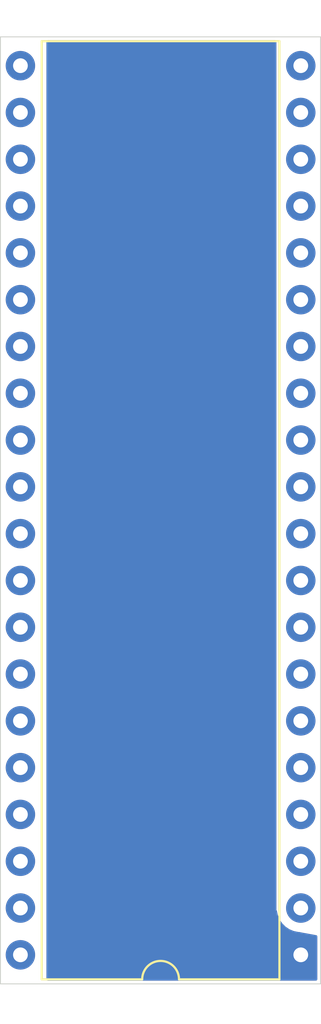
<source format=kicad_pcb>
(kicad_pcb (version 20171130) (host pcbnew "(5.1.12-1-10_14)")

  (general
    (thickness 1.6)
    (drawings 4)
    (tracks 0)
    (zones 0)
    (modules 1)
    (nets 41)
  )

  (page A4)
  (layers
    (0 F.Cu signal)
    (1 GND power)
    (2 3V3 power)
    (31 B.Cu signal)
    (32 B.Adhes user)
    (33 F.Adhes user)
    (34 B.Paste user)
    (35 F.Paste user)
    (36 B.SilkS user)
    (37 F.SilkS user)
    (38 B.Mask user)
    (39 F.Mask user)
    (40 Dwgs.User user)
    (41 Cmts.User user)
    (42 Eco1.User user)
    (43 Eco2.User user)
    (44 Edge.Cuts user)
    (45 Margin user)
    (46 B.CrtYd user)
    (47 F.CrtYd user)
    (48 B.Fab user)
    (49 F.Fab user)
  )

  (setup
    (last_trace_width 0.15)
    (user_trace_width 0.2)
    (user_trace_width 0.25)
    (trace_clearance 0.15)
    (zone_clearance 0.15)
    (zone_45_only no)
    (trace_min 0.15)
    (via_size 0.8)
    (via_drill 0.4)
    (via_min_size 0.4)
    (via_min_drill 0.25)
    (user_via 0.4 0.25)
    (uvia_size 0.3)
    (uvia_drill 0.1)
    (uvias_allowed no)
    (uvia_min_size 0.2)
    (uvia_min_drill 0.1)
    (edge_width 0.05)
    (segment_width 0.2)
    (pcb_text_width 0.3)
    (pcb_text_size 1.5 1.5)
    (mod_edge_width 0.12)
    (mod_text_size 1 1)
    (mod_text_width 0.15)
    (pad_size 1.6 1.6)
    (pad_drill 0.8)
    (pad_to_mask_clearance 0)
    (aux_axis_origin 0 0)
    (grid_origin 123.3 57.3)
    (visible_elements FFFFFF7F)
    (pcbplotparams
      (layerselection 0x010fc_ffffffff)
      (usegerberextensions false)
      (usegerberattributes true)
      (usegerberadvancedattributes true)
      (creategerberjobfile true)
      (excludeedgelayer true)
      (linewidth 0.100000)
      (plotframeref false)
      (viasonmask false)
      (mode 1)
      (useauxorigin false)
      (hpglpennumber 1)
      (hpglpenspeed 20)
      (hpglpendiameter 15.000000)
      (psnegative false)
      (psa4output false)
      (plotreference true)
      (plotvalue true)
      (plotinvisibletext false)
      (padsonsilk false)
      (subtractmaskfromsilk false)
      (outputformat 1)
      (mirror false)
      (drillshape 1)
      (scaleselection 1)
      (outputdirectory ""))
  )

  (net 0 "")
  (net 1 "Net-(U1-Pad40)")
  (net 2 "Net-(U1-Pad39)")
  (net 3 "Net-(U1-Pad19)")
  (net 4 "Net-(U1-Pad38)")
  (net 5 "Net-(U1-Pad18)")
  (net 6 "Net-(U1-Pad37)")
  (net 7 "Net-(U1-Pad17)")
  (net 8 "Net-(U1-Pad36)")
  (net 9 "Net-(U1-Pad16)")
  (net 10 "Net-(U1-Pad35)")
  (net 11 "Net-(U1-Pad15)")
  (net 12 "Net-(U1-Pad34)")
  (net 13 "Net-(U1-Pad14)")
  (net 14 "Net-(U1-Pad33)")
  (net 15 "Net-(U1-Pad13)")
  (net 16 "Net-(U1-Pad32)")
  (net 17 "Net-(U1-Pad12)")
  (net 18 "Net-(U1-Pad31)")
  (net 19 "Net-(U1-Pad11)")
  (net 20 "Net-(U1-Pad30)")
  (net 21 "Net-(U1-Pad10)")
  (net 22 "Net-(U1-Pad29)")
  (net 23 "Net-(U1-Pad9)")
  (net 24 "Net-(U1-Pad28)")
  (net 25 "Net-(U1-Pad8)")
  (net 26 "Net-(U1-Pad27)")
  (net 27 "Net-(U1-Pad7)")
  (net 28 "Net-(U1-Pad26)")
  (net 29 "Net-(U1-Pad6)")
  (net 30 "Net-(U1-Pad25)")
  (net 31 "Net-(U1-Pad5)")
  (net 32 "Net-(U1-Pad24)")
  (net 33 "Net-(U1-Pad4)")
  (net 34 "Net-(U1-Pad23)")
  (net 35 "Net-(U1-Pad3)")
  (net 36 "Net-(U1-Pad22)")
  (net 37 "Net-(U1-Pad2)")
  (net 38 "Net-(U1-Pad21)")
  (net 39 VCC)
  (net 40 GND)

  (net_class Default "This is the default net class."
    (clearance 0.15)
    (trace_width 0.15)
    (via_dia 0.8)
    (via_drill 0.4)
    (uvia_dia 0.3)
    (uvia_drill 0.1)
    (add_net GND)
    (add_net "Net-(U1-Pad10)")
    (add_net "Net-(U1-Pad11)")
    (add_net "Net-(U1-Pad12)")
    (add_net "Net-(U1-Pad13)")
    (add_net "Net-(U1-Pad14)")
    (add_net "Net-(U1-Pad15)")
    (add_net "Net-(U1-Pad16)")
    (add_net "Net-(U1-Pad17)")
    (add_net "Net-(U1-Pad18)")
    (add_net "Net-(U1-Pad19)")
    (add_net "Net-(U1-Pad2)")
    (add_net "Net-(U1-Pad21)")
    (add_net "Net-(U1-Pad22)")
    (add_net "Net-(U1-Pad23)")
    (add_net "Net-(U1-Pad24)")
    (add_net "Net-(U1-Pad25)")
    (add_net "Net-(U1-Pad26)")
    (add_net "Net-(U1-Pad27)")
    (add_net "Net-(U1-Pad28)")
    (add_net "Net-(U1-Pad29)")
    (add_net "Net-(U1-Pad3)")
    (add_net "Net-(U1-Pad30)")
    (add_net "Net-(U1-Pad31)")
    (add_net "Net-(U1-Pad32)")
    (add_net "Net-(U1-Pad33)")
    (add_net "Net-(U1-Pad34)")
    (add_net "Net-(U1-Pad35)")
    (add_net "Net-(U1-Pad36)")
    (add_net "Net-(U1-Pad37)")
    (add_net "Net-(U1-Pad38)")
    (add_net "Net-(U1-Pad39)")
    (add_net "Net-(U1-Pad4)")
    (add_net "Net-(U1-Pad40)")
    (add_net "Net-(U1-Pad5)")
    (add_net "Net-(U1-Pad6)")
    (add_net "Net-(U1-Pad7)")
    (add_net "Net-(U1-Pad8)")
    (add_net "Net-(U1-Pad9)")
    (add_net VCC)
  )

  (module Package_DIP:DIP-40_W15.24mm (layer F.Cu) (tedit 66BE1C5C) (tstamp 66BE603A)
    (at 132 83 180)
    (descr "40-lead though-hole mounted DIP package, row spacing 15.24 mm (600 mils)")
    (tags "THT DIP DIL PDIP 2.54mm 15.24mm 600mil")
    (path /66BF3B9F)
    (fp_text reference U1 (at -0.00508 -26.45492) (layer F.SilkS) hide
      (effects (font (size 1 1) (thickness 0.15)))
    )
    (fp_text value 8520_DIP (at -0.00508 26.46508) (layer F.Fab) hide
      (effects (font (size 1 1) (thickness 0.15)))
    )
    (fp_line (start -6.37008 -25.39492) (end 7.35992 -25.39492) (layer F.Fab) (width 0.1))
    (fp_line (start 7.35992 -25.39492) (end 7.35992 25.40508) (layer F.Fab) (width 0.1))
    (fp_line (start 7.35992 25.40508) (end -7.37008 25.40508) (layer F.Fab) (width 0.1))
    (fp_line (start -7.37008 25.40508) (end -7.37008 -24.39492) (layer F.Fab) (width 0.1))
    (fp_line (start -7.37008 -24.39492) (end -6.37008 -25.39492) (layer F.Fab) (width 0.1))
    (fp_line (start -1.00508 -25.45492) (end -6.46508 -25.45492) (layer F.SilkS) (width 0.12))
    (fp_line (start -6.46508 -25.45492) (end -6.46508 25.46508) (layer F.SilkS) (width 0.12))
    (fp_line (start -6.46508 25.46508) (end 6.45492 25.46508) (layer F.SilkS) (width 0.12))
    (fp_line (start 6.45492 25.46508) (end 6.45492 -25.45492) (layer F.SilkS) (width 0.12))
    (fp_line (start 6.45492 -25.45492) (end 0.99492 -25.45492) (layer F.SilkS) (width 0.12))
    (fp_line (start -8.67508 -25.67492) (end -8.67508 25.67508) (layer F.CrtYd) (width 0.05))
    (fp_line (start -8.67508 25.67508) (end 8.67492 25.67508) (layer F.CrtYd) (width 0.05))
    (fp_line (start 8.67492 25.67508) (end 8.67492 -25.67492) (layer F.CrtYd) (width 0.05))
    (fp_line (start 8.67492 -25.67492) (end -8.67508 -25.67492) (layer F.CrtYd) (width 0.05))
    (fp_text user %R (at -0.00508 0.00508) (layer F.Fab) hide
      (effects (font (size 1 1) (thickness 0.15)))
    )
    (fp_arc (start -0.00508 -25.45492) (end -1.00508 -25.45492) (angle -180) (layer F.SilkS) (width 0.12))
    (pad 40 thru_hole oval (at 7.61492 -24.12492 180) (size 1.6 1.6) (drill 0.8) (layers *.Cu *.Mask)
      (net 1 "Net-(U1-Pad40)"))
    (pad 20 thru_hole oval (at -7.62508 24.13508 180) (size 1.6 1.6) (drill 0.8) (layers *.Cu *.Mask)
      (net 39 VCC))
    (pad 39 thru_hole oval (at 7.61492 -21.58492 180) (size 1.6 1.6) (drill 0.8) (layers *.Cu *.Mask)
      (net 2 "Net-(U1-Pad39)"))
    (pad 19 thru_hole oval (at -7.62508 21.59508 180) (size 1.6 1.6) (drill 0.8) (layers *.Cu *.Mask)
      (net 3 "Net-(U1-Pad19)"))
    (pad 38 thru_hole oval (at 7.61492 -19.04492 180) (size 1.6 1.6) (drill 0.8) (layers *.Cu *.Mask)
      (net 4 "Net-(U1-Pad38)"))
    (pad 18 thru_hole oval (at -7.62508 19.05508 180) (size 1.6 1.6) (drill 0.8) (layers *.Cu *.Mask)
      (net 5 "Net-(U1-Pad18)"))
    (pad 37 thru_hole oval (at 7.61492 -16.50492 180) (size 1.6 1.6) (drill 0.8) (layers *.Cu *.Mask)
      (net 6 "Net-(U1-Pad37)"))
    (pad 17 thru_hole oval (at -7.62508 16.51508 180) (size 1.6 1.6) (drill 0.8) (layers *.Cu *.Mask)
      (net 7 "Net-(U1-Pad17)"))
    (pad 36 thru_hole oval (at 7.61492 -13.96492 180) (size 1.6 1.6) (drill 0.8) (layers *.Cu *.Mask)
      (net 8 "Net-(U1-Pad36)"))
    (pad 16 thru_hole oval (at -7.62508 13.97508 180) (size 1.6 1.6) (drill 0.8) (layers *.Cu *.Mask)
      (net 9 "Net-(U1-Pad16)"))
    (pad 35 thru_hole oval (at 7.61492 -11.42492 180) (size 1.6 1.6) (drill 0.8) (layers *.Cu *.Mask)
      (net 10 "Net-(U1-Pad35)"))
    (pad 15 thru_hole oval (at -7.62508 11.43508 180) (size 1.6 1.6) (drill 0.8) (layers *.Cu *.Mask)
      (net 11 "Net-(U1-Pad15)"))
    (pad 34 thru_hole oval (at 7.61492 -8.88492 180) (size 1.6 1.6) (drill 0.8) (layers *.Cu *.Mask)
      (net 12 "Net-(U1-Pad34)"))
    (pad 14 thru_hole oval (at -7.62508 8.89508 180) (size 1.6 1.6) (drill 0.8) (layers *.Cu *.Mask)
      (net 13 "Net-(U1-Pad14)"))
    (pad 33 thru_hole oval (at 7.61492 -6.34492 180) (size 1.6 1.6) (drill 0.8) (layers *.Cu *.Mask)
      (net 14 "Net-(U1-Pad33)"))
    (pad 13 thru_hole oval (at -7.62508 6.35508 180) (size 1.6 1.6) (drill 0.8) (layers *.Cu *.Mask)
      (net 15 "Net-(U1-Pad13)"))
    (pad 32 thru_hole oval (at 7.61492 -3.80492 180) (size 1.6 1.6) (drill 0.8) (layers *.Cu *.Mask)
      (net 16 "Net-(U1-Pad32)"))
    (pad 12 thru_hole oval (at -7.62508 3.81508 180) (size 1.6 1.6) (drill 0.8) (layers *.Cu *.Mask)
      (net 17 "Net-(U1-Pad12)"))
    (pad 31 thru_hole oval (at 7.61492 -1.26492 180) (size 1.6 1.6) (drill 0.8) (layers *.Cu *.Mask)
      (net 18 "Net-(U1-Pad31)"))
    (pad 11 thru_hole oval (at -7.62508 1.27508 180) (size 1.6 1.6) (drill 0.8) (layers *.Cu *.Mask)
      (net 19 "Net-(U1-Pad11)"))
    (pad 30 thru_hole oval (at 7.61492 1.27508 180) (size 1.6 1.6) (drill 0.8) (layers *.Cu *.Mask)
      (net 20 "Net-(U1-Pad30)"))
    (pad 10 thru_hole oval (at -7.62508 -1.26492 180) (size 1.6 1.6) (drill 0.8) (layers *.Cu *.Mask)
      (net 21 "Net-(U1-Pad10)"))
    (pad 29 thru_hole oval (at 7.61492 3.81508 180) (size 1.6 1.6) (drill 0.8) (layers *.Cu *.Mask)
      (net 22 "Net-(U1-Pad29)"))
    (pad 9 thru_hole oval (at -7.62508 -3.80492 180) (size 1.6 1.6) (drill 0.8) (layers *.Cu *.Mask)
      (net 23 "Net-(U1-Pad9)"))
    (pad 28 thru_hole oval (at 7.61492 6.35508 180) (size 1.6 1.6) (drill 0.8) (layers *.Cu *.Mask)
      (net 24 "Net-(U1-Pad28)"))
    (pad 8 thru_hole oval (at -7.62508 -6.34492 180) (size 1.6 1.6) (drill 0.8) (layers *.Cu *.Mask)
      (net 25 "Net-(U1-Pad8)"))
    (pad 27 thru_hole oval (at 7.61492 8.89508 180) (size 1.6 1.6) (drill 0.8) (layers *.Cu *.Mask)
      (net 26 "Net-(U1-Pad27)"))
    (pad 7 thru_hole oval (at -7.62508 -8.88492 180) (size 1.6 1.6) (drill 0.8) (layers *.Cu *.Mask)
      (net 27 "Net-(U1-Pad7)"))
    (pad 26 thru_hole oval (at 7.61492 11.43508 180) (size 1.6 1.6) (drill 0.8) (layers *.Cu *.Mask)
      (net 28 "Net-(U1-Pad26)"))
    (pad 6 thru_hole oval (at -7.62508 -11.42492 180) (size 1.6 1.6) (drill 0.8) (layers *.Cu *.Mask)
      (net 29 "Net-(U1-Pad6)"))
    (pad 25 thru_hole oval (at 7.61492 13.97508 180) (size 1.6 1.6) (drill 0.8) (layers *.Cu *.Mask)
      (net 30 "Net-(U1-Pad25)"))
    (pad 5 thru_hole oval (at -7.62508 -13.96492 180) (size 1.6 1.6) (drill 0.8) (layers *.Cu *.Mask)
      (net 31 "Net-(U1-Pad5)"))
    (pad 24 thru_hole oval (at 7.61492 16.51508 180) (size 1.6 1.6) (drill 0.8) (layers *.Cu *.Mask)
      (net 32 "Net-(U1-Pad24)"))
    (pad 4 thru_hole oval (at -7.62508 -16.50492 180) (size 1.6 1.6) (drill 0.8) (layers *.Cu *.Mask)
      (net 33 "Net-(U1-Pad4)"))
    (pad 23 thru_hole oval (at 7.61492 19.05508 180) (size 1.6 1.6) (drill 0.8) (layers *.Cu *.Mask)
      (net 34 "Net-(U1-Pad23)"))
    (pad 3 thru_hole oval (at -7.62508 -19.04492 180) (size 1.6 1.6) (drill 0.8) (layers *.Cu *.Mask)
      (net 35 "Net-(U1-Pad3)"))
    (pad 22 thru_hole oval (at 7.61492 21.59508 180) (size 1.6 1.6) (drill 0.8) (layers *.Cu *.Mask)
      (net 36 "Net-(U1-Pad22)"))
    (pad 2 thru_hole oval (at -7.62508 -21.58492 180) (size 1.6 1.6) (drill 0.8) (layers *.Cu *.Mask)
      (net 37 "Net-(U1-Pad2)") (clearance 0.5))
    (pad 21 thru_hole oval (at 7.61492 24.13508 180) (size 1.6 1.6) (drill 0.8) (layers *.Cu *.Mask)
      (net 38 "Net-(U1-Pad21)"))
    (pad 1 thru_hole rect (at -7.62508 -24.12492 180) (size 1.6 1.6) (drill 0.8) (layers *.Cu *.Mask)
      (net 40 GND) (zone_connect 2) (thermal_gap 0.5))
  )

  (gr_line (start 123.3 108.7) (end 123.3 57.3) (layer Edge.Cuts) (width 0.05) (tstamp 66BE64BF))
  (gr_line (start 140.7 108.7) (end 123.3 108.7) (layer Edge.Cuts) (width 0.05) (tstamp 66BE69EC))
  (gr_line (start 140.7 57.3) (end 140.7 108.7) (layer Edge.Cuts) (width 0.05))
  (gr_line (start 123.3 57.3) (end 140.7 57.3) (layer Edge.Cuts) (width 0.05))

  (zone (net 40) (net_name GND) (layer F.Cu) (tstamp 0) (hatch edge 0.508)
    (connect_pads (clearance 0.15))
    (min_thickness 0.15)
    (fill yes (arc_segments 32) (thermal_gap 0.15) (thermal_bridge_width 0.3))
    (polygon
      (pts
        (xy 138.3 104.7) (xy 139.6 105.9) (xy 140.7 106.1) (xy 140.7 109.3) (xy 125.8 109.3)
        (xy 125.8 56.8) (xy 138.3 56.8)
      )
    )
    (filled_polygon
      (pts
        (xy 138.225 104.7) (xy 138.226441 104.714632) (xy 138.230709 104.728701) (xy 138.23764 104.741668) (xy 138.249129 104.75511)
        (xy 138.258764 104.764004) (xy 138.302921 104.985993) (xy 138.406571 105.236227) (xy 138.557048 105.461431) (xy 138.748569 105.652952)
        (xy 138.973773 105.803429) (xy 139.224007 105.907079) (xy 139.489654 105.95992) (xy 139.555492 105.95992) (xy 139.560858 105.963976)
        (xy 139.574091 105.970383) (xy 139.586584 105.97379) (xy 140.450001 106.130775) (xy 140.450001 108.45) (xy 125.875 108.45)
        (xy 125.875 57.55) (xy 138.225 57.55)
      )
    )
  )
  (zone (net 40) (net_name GND) (layer B.Cu) (tstamp 0) (hatch edge 0.508)
    (connect_pads (clearance 0.15))
    (min_thickness 0.15)
    (fill yes (arc_segments 32) (thermal_gap 0.15) (thermal_bridge_width 0.3))
    (polygon
      (pts
        (xy 138.3 104.7) (xy 139.6 105.9) (xy 140.7 106.1) (xy 140.7 109.9) (xy 125.8 109.8)
        (xy 125.8 56.3) (xy 138.3 56.3)
      )
    )
    (filled_polygon
      (pts
        (xy 138.225 104.7) (xy 138.226441 104.714632) (xy 138.230709 104.728701) (xy 138.23764 104.741668) (xy 138.249129 104.75511)
        (xy 138.258764 104.764004) (xy 138.302921 104.985993) (xy 138.406571 105.236227) (xy 138.557048 105.461431) (xy 138.748569 105.652952)
        (xy 138.973773 105.803429) (xy 139.224007 105.907079) (xy 139.489654 105.95992) (xy 139.555492 105.95992) (xy 139.560858 105.963976)
        (xy 139.574091 105.970383) (xy 139.586584 105.97379) (xy 140.450001 106.130775) (xy 140.450001 108.45) (xy 125.875 108.45)
        (xy 125.875 57.55) (xy 138.225 57.55)
      )
    )
  )
  (zone (net 40) (net_name GND) (layer GND) (tstamp 0) (hatch edge 0.508)
    (connect_pads (clearance 0.15))
    (min_thickness 0.15)
    (fill yes (arc_segments 32) (thermal_gap 0.15) (thermal_bridge_width 0.3))
    (polygon
      (pts
        (xy 138.3 104.7) (xy 139.6 105.9) (xy 140.7 106.1) (xy 140.7 110.4) (xy 125.8 110.3)
        (xy 125.8 55.8) (xy 138.3 55.8)
      )
    )
    (filled_polygon
      (pts
        (xy 138.225 104.7) (xy 138.226441 104.714632) (xy 138.230709 104.728701) (xy 138.23764 104.741668) (xy 138.249129 104.75511)
        (xy 138.258764 104.764004) (xy 138.302921 104.985993) (xy 138.406571 105.236227) (xy 138.557048 105.461431) (xy 138.748569 105.652952)
        (xy 138.973773 105.803429) (xy 139.224007 105.907079) (xy 139.489654 105.95992) (xy 139.555492 105.95992) (xy 139.560858 105.963976)
        (xy 139.574091 105.970383) (xy 139.586584 105.97379) (xy 140.450001 106.130775) (xy 140.450001 108.45) (xy 125.875 108.45)
        (xy 125.875 57.55) (xy 138.225 57.55)
      )
    )
  )
  (zone (net 0) (net_name "") (layer 3V3) (tstamp 0) (hatch edge 0.508)
    (connect_pads (clearance 0.15))
    (min_thickness 0.15)
    (fill yes (arc_segments 32) (thermal_gap 0.15) (thermal_bridge_width 0.3))
    (polygon
      (pts
        (xy 138.3 110.9) (xy 125.8 110.9) (xy 125.8 55.3) (xy 138.3 55.3)
      )
    )
    (filled_polygon
      (pts
        (xy 138.225 108.45) (xy 125.875 108.45) (xy 125.875 57.55) (xy 138.225 57.55)
      )
    )
  )
)

</source>
